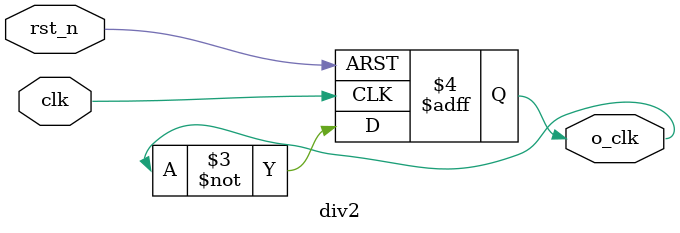
<source format=v>
module div2 (
    input      clk,
    input      rst_n,
    output reg o_clk);

    always@(posedge clk or negedge rst_n) begin
      if (!rst_n)
        o_clk <= 0;
      else
        o_clk <= ~o_clk;
    end

endmodule
</source>
